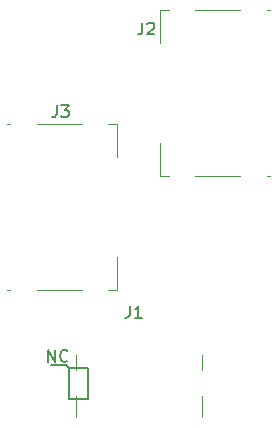
<source format=gbr>
%TF.GenerationSoftware,KiCad,Pcbnew,(5.1.7)-1*%
%TF.CreationDate,2020-10-15T21:52:00-04:00*%
%TF.ProjectId,DanA4UsbBreakout,44616e41-3455-4736-9242-7265616b6f75,rev?*%
%TF.SameCoordinates,Original*%
%TF.FileFunction,Legend,Top*%
%TF.FilePolarity,Positive*%
%FSLAX46Y46*%
G04 Gerber Fmt 4.6, Leading zero omitted, Abs format (unit mm)*
G04 Created by KiCad (PCBNEW (5.1.7)-1) date 2020-10-15 21:52:00*
%MOMM*%
%LPD*%
G01*
G04 APERTURE LIST*
%ADD10C,0.150000*%
%ADD11C,0.120000*%
G04 APERTURE END LIST*
D10*
X49339500Y-49657000D02*
X47688500Y-49657000D01*
X49339500Y-52324000D02*
X49339500Y-49657000D01*
X47688500Y-52324000D02*
X49339500Y-52324000D01*
X45950285Y-49156880D02*
X45950285Y-48156880D01*
X46521714Y-49156880D01*
X46521714Y-48156880D01*
X47569333Y-49061642D02*
X47521714Y-49109261D01*
X47378857Y-49156880D01*
X47283619Y-49156880D01*
X47140761Y-49109261D01*
X47045523Y-49014023D01*
X46997904Y-48918785D01*
X46950285Y-48728309D01*
X46950285Y-48585452D01*
X46997904Y-48394976D01*
X47045523Y-48299738D01*
X47140761Y-48204500D01*
X47283619Y-48156880D01*
X47378857Y-48156880D01*
X47521714Y-48204500D01*
X47569333Y-48252119D01*
X47688500Y-52324000D02*
X47688500Y-49657000D01*
X47434500Y-49403000D02*
X47688500Y-49657000D01*
X46164500Y-49403000D02*
X47434500Y-49403000D01*
D11*
%TO.C,J1*%
X58924000Y-52098000D02*
X58924000Y-53848000D01*
X48274000Y-52098000D02*
X48274000Y-53848000D01*
X58924000Y-48598000D02*
X58924000Y-49848000D01*
X48274000Y-48598000D02*
X48274000Y-49898000D01*
%TO.C,J2*%
X55390000Y-33416000D02*
X55390000Y-30656000D01*
X55390000Y-19416000D02*
X55390000Y-22176000D01*
X55390000Y-19416000D02*
X56190000Y-19416000D01*
X64490000Y-19416000D02*
X64710000Y-19416000D01*
X58410000Y-19416000D02*
X62210000Y-19416000D01*
X64490000Y-33416000D02*
X64710000Y-33416000D01*
X55390000Y-33416000D02*
X56190000Y-33416000D01*
X58410000Y-33416000D02*
X62210000Y-33416000D01*
%TO.C,J3*%
X48778000Y-29068000D02*
X44978000Y-29068000D01*
X51798000Y-29068000D02*
X50998000Y-29068000D01*
X42698000Y-29068000D02*
X42478000Y-29068000D01*
X48778000Y-43068000D02*
X44978000Y-43068000D01*
X42698000Y-43068000D02*
X42478000Y-43068000D01*
X51798000Y-43068000D02*
X50998000Y-43068000D01*
X51798000Y-43068000D02*
X51798000Y-40308000D01*
X51798000Y-29068000D02*
X51798000Y-31828000D01*
%TO.C,J1*%
D10*
X52840666Y-44450380D02*
X52840666Y-45164666D01*
X52793047Y-45307523D01*
X52697809Y-45402761D01*
X52554952Y-45450380D01*
X52459714Y-45450380D01*
X53840666Y-45450380D02*
X53269238Y-45450380D01*
X53554952Y-45450380D02*
X53554952Y-44450380D01*
X53459714Y-44593238D01*
X53364476Y-44688476D01*
X53269238Y-44736095D01*
%TO.C,J2*%
X53916666Y-20452380D02*
X53916666Y-21166666D01*
X53869047Y-21309523D01*
X53773809Y-21404761D01*
X53630952Y-21452380D01*
X53535714Y-21452380D01*
X54345238Y-20547619D02*
X54392857Y-20500000D01*
X54488095Y-20452380D01*
X54726190Y-20452380D01*
X54821428Y-20500000D01*
X54869047Y-20547619D01*
X54916666Y-20642857D01*
X54916666Y-20738095D01*
X54869047Y-20880952D01*
X54297619Y-21452380D01*
X54916666Y-21452380D01*
%TO.C,J3*%
X46666666Y-27452380D02*
X46666666Y-28166666D01*
X46619047Y-28309523D01*
X46523809Y-28404761D01*
X46380952Y-28452380D01*
X46285714Y-28452380D01*
X47047619Y-27452380D02*
X47666666Y-27452380D01*
X47333333Y-27833333D01*
X47476190Y-27833333D01*
X47571428Y-27880952D01*
X47619047Y-27928571D01*
X47666666Y-28023809D01*
X47666666Y-28261904D01*
X47619047Y-28357142D01*
X47571428Y-28404761D01*
X47476190Y-28452380D01*
X47190476Y-28452380D01*
X47095238Y-28404761D01*
X47047619Y-28357142D01*
%TD*%
M02*

</source>
